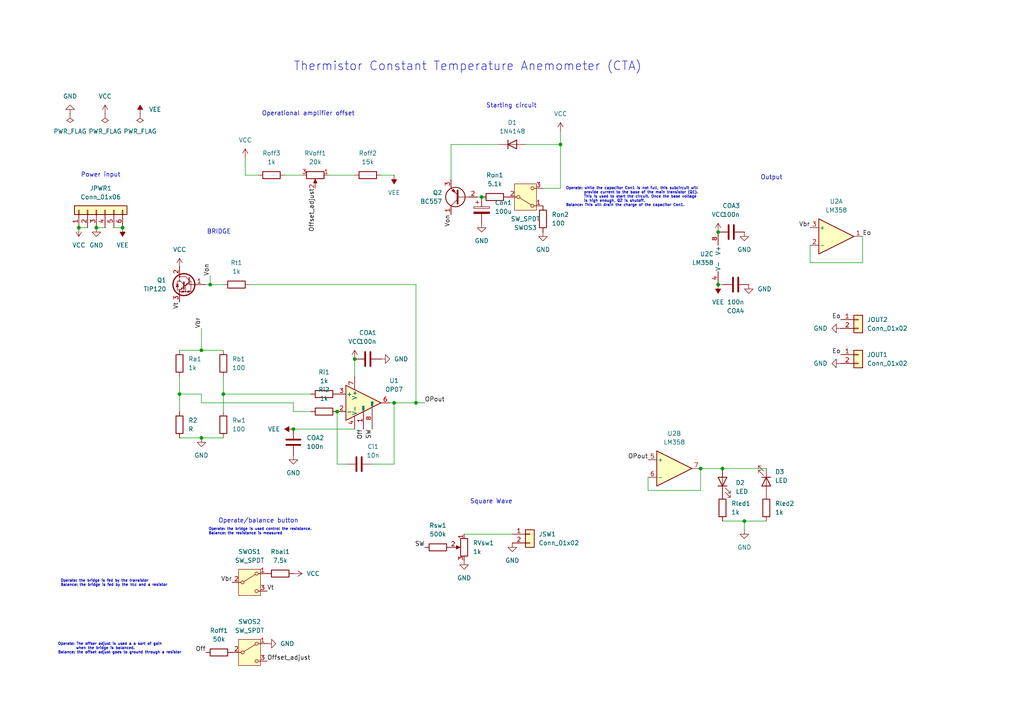
<source format=kicad_sch>
(kicad_sch (version 20250114) (generator "eeschema") (generator_version "9.0")
  (paper "A4")
  (lib_symbols
    (symbol "Amplifier_Operational:LM358" (pin_names (offset 0.127))
      (property "Reference" "U" (at 0 5.08 0))
      (property "Value" "LM358" (at 0 -5.08 0))
      (symbol "LM358_1_1"
        (polyline (pts (xy -5.08 5.08) (xy 5.08 0) (xy -5.08 -5.08) (xy -5.08 5.08)) (stroke (width 0.254)) (fill (type background)))
        (pin input line (at -7.62 2.54 0) (length 2.54) (name "+") (number "3"))
        (pin input line (at -7.62 -2.54 0) (length 2.54) (name "-") (number "2"))
        (pin output line (at 7.62 0 180) (length 2.54) (name "~") (number "1"))
      )
      (symbol "LM358_2_1"
        (polyline (pts (xy -5.08 5.08) (xy 5.08 0) (xy -5.08 -5.08) (xy -5.08 5.08)) (stroke (width 0.254)) (fill (type background)))
        (pin input line (at -7.62 2.54 0) (length 2.54) (name "+") (number "5"))
        (pin input line (at -7.62 -2.54 0) (length 2.54) (name "-") (number "6"))
        (pin output line (at 7.62 0 180) (length 2.54) (name "~") (number "7"))
      )
      (symbol "LM358_3_1"
        (pin power_in line (at -2.54 7.62 270) (length 3.81) (name "V+") (number "8"))
        (pin power_in line (at -2.54 -7.62 90) (length 3.81) (name "V-") (number "4"))
      )
    )
    (symbol "Amplifier_Operational:OP07" (pin_names (offset 0.127))
      (property "Reference" "U" (at 1.27 6.35 0))
      (property "Value" "OP07" (at 1.27 3.81 0))
      (symbol "OP07_0_1"
        (polyline (pts (xy -5.08 5.08) (xy 5.08 0) (xy -5.08 -5.08) (xy -5.08 5.08)) (stroke (width 0.254)) (fill (type background)))
      )
      (symbol "OP07_1_1"
        (pin input line (at -7.62 2.54 0) (length 2.54) (name "+") (number "3"))
        (pin input line (at -7.62 -2.54 0) (length 2.54) (name "-") (number "2"))
        (pin power_in line (at -2.54 7.62 270) (length 3.81) (name "V+") (number "7"))
        (pin power_in line (at -2.54 -7.62 90) (length 3.81) (name "V-") (number "4"))
        (pin no_connect line (at 0 2.54 270) (length 2.54) (hide yes) (name "NC") (number "5"))
        (pin input line (at 0 -7.62 90) (length 5.08) (name "VOS") (number "1"))
        (pin input line (at 2.54 -7.62 90) (length 6.35) (name "VOS") (number "8"))
        (pin output line (at 7.62 0 180) (length 2.54) (name "~") (number "6"))
      )
    )
    (symbol "Connector_Generic:Conn_01x02" (pin_names (offset 1.016) (hide yes))
      (property "Reference" "J" (at 0 2.54 0))
      (property "Value" "Conn_01x02" (at 0 -5.08 0))
      (symbol "Conn_01x02_1_1"
        (rectangle (start -1.27 1.27) (end 1.27 -3.81) (stroke (width 0.254)) (fill (type background)))
        (rectangle (start -1.27 0.127) (end 0 -0.127) (stroke (width 0.1524)))
        (rectangle (start -1.27 -2.413) (end 0 -2.667) (stroke (width 0.1524)))
        (pin passive line (at -5.08 0 0) (length 3.81) (name "Pin_1") (number "1"))
        (pin passive line (at -5.08 -2.54 0) (length 3.81) (name "Pin_2") (number "2"))
      )
    )
    (symbol "Connector_Generic:Conn_01x06" (pin_names (offset 1.016) (hide yes))
      (property "Reference" "J" (at 0 7.62 0))
      (property "Value" "Conn_01x06" (at 0 -10.16 0))
      (symbol "Conn_01x06_1_1"
        (rectangle (start -1.27 6.35) (end 1.27 -8.89) (stroke (width 0.254)) (fill (type background)))
        (rectangle (start -1.27 5.207) (end 0 4.953) (stroke (width 0.1524)))
        (rectangle (start -1.27 2.667) (end 0 2.413) (stroke (width 0.1524)))
        (rectangle (start -1.27 0.127) (end 0 -0.127) (stroke (width 0.1524)))
        (rectangle (start -1.27 -2.413) (end 0 -2.667) (stroke (width 0.1524)))
        (rectangle (start -1.27 -4.953) (end 0 -5.207) (stroke (width 0.1524)))
        (rectangle (start -1.27 -7.493) (end 0 -7.747) (stroke (width 0.1524)))
        (pin passive line (at -5.08 5.08 0) (length 3.81) (name "Pin_1") (number "1"))
        (pin passive line (at -5.08 2.54 0) (length 3.81) (name "Pin_2") (number "2"))
        (pin passive line (at -5.08 0 0) (length 3.81) (name "Pin_3") (number "3"))
        (pin passive line (at -5.08 -2.54 0) (length 3.81) (name "Pin_4") (number "4"))
        (pin passive line (at -5.08 -5.08 0) (length 3.81) (name "Pin_5") (number "5"))
        (pin passive line (at -5.08 -7.62 0) (length 3.81) (name "Pin_6") (number "6"))
      )
    )
    (symbol "Device:C" (pin_numbers (hide yes)) (pin_names (offset 0.254))
      (property "Reference" "C" (at 0.635 2.54 0))
      (property "Value" "C" (at 0.635 -2.54 0))
      (symbol "C_0_1"
        (polyline (pts (xy -2.032 0.762) (xy 2.032 0.762)) (stroke (width 0.508)))
        (polyline (pts (xy -2.032 -0.762) (xy 2.032 -0.762)) (stroke (width 0.508)))
      )
      (symbol "C_1_1"
        (pin passive line (at 0 3.81 270) (length 2.794) (name "~") (number "1"))
        (pin passive line (at 0 -3.81 90) (length 2.794) (name "~") (number "2"))
      )
    )
    (symbol "Device:C_Polarized" (pin_numbers (hide yes)) (pin_names (offset 0.254))
      (property "Reference" "C" (at 0.635 2.54 0))
      (property "Value" "C_Polarized" (at 0.635 -2.54 0))
      (symbol "C_Polarized_0_1"
        (rectangle (start -2.286 0.508) (end 2.286 1.016))
        (polyline (pts (xy -1.778 2.286) (xy -0.762 2.286)))
        (polyline (pts (xy -1.27 2.794) (xy -1.27 1.778)))
        (rectangle (start 2.286 -0.508) (end -2.286 -1.016) (fill (type outline)))
      )
      (symbol "C_Polarized_1_1"
        (pin passive line (at 0 3.81 270) (length 2.794) (name "~") (number "1"))
        (pin passive line (at 0 -3.81 90) (length 2.794) (name "~") (number "2"))
      )
    )
    (symbol "Device:LED" (pin_numbers (hide yes)) (pin_names (offset 1.016) (hide yes))
      (property "Reference" "D" (at 0 2.54 0))
      (property "Value" "LED" (at 0 -2.54 0))
      (symbol "LED_0_1"
        (polyline (pts (xy -3.048 -0.762) (xy -4.572 -2.286) (xy -3.81 -2.286) (xy -4.572 -2.286) (xy -4.572 -1.524)))
        (polyline (pts (xy -1.778 -0.762) (xy -3.302 -2.286) (xy -2.54 -2.286) (xy -3.302 -2.286) (xy -3.302 -1.524)))
        (polyline (pts (xy -1.27 0) (xy 1.27 0)))
        (polyline (pts (xy -1.27 -1.27) (xy -1.27 1.27)) (stroke (width 0.254)))
        (polyline (pts (xy 1.27 -1.27) (xy 1.27 1.27) (xy -1.27 0) (xy 1.27 -1.27)) (stroke (width 0.254)))
      )
      (symbol "LED_1_1"
        (pin passive line (at -3.81 0 0) (length 2.54) (name "K") (number "1"))
        (pin passive line (at 3.81 0 180) (length 2.54) (name "A") (number "2"))
      )
    )
    (symbol "Device:R" (pin_numbers (hide yes)) (pin_names (offset 0))
      (property "Reference" "R" (at 2.032 0 90))
      (property "Value" "R" (at 0 0 90))
      (symbol "R_0_1"
        (rectangle (start -1.016 -2.54) (end 1.016 2.54) (stroke (width 0.254)))
      )
      (symbol "R_1_1"
        (pin passive line (at 0 3.81 270) (length 1.27) (name "~") (number "1"))
        (pin passive line (at 0 -3.81 90) (length 1.27) (name "~") (number "2"))
      )
    )
    (symbol "Device:R_Potentiometer" (pin_names (offset 1.016) (hide yes))
      (property "Reference" "RV" (at -4.445 0 90))
      (property "Value" "R_Potentiometer" (at -2.54 0 90))
      (symbol "R_Potentiometer_0_1"
        (rectangle (start 1.016 2.54) (end -1.016 -2.54) (stroke (width 0.254)))
        (polyline (pts (xy 1.143 0) (xy 2.286 0.508) (xy 2.286 -0.508) (xy 1.143 0)) (fill (type outline)))
        (polyline (pts (xy 2.54 0) (xy 1.524 0)))
      )
      (symbol "R_Potentiometer_1_1"
        (pin passive line (at 0 3.81 270) (length 1.27) (name "1") (number "1"))
        (pin passive line (at 0 -3.81 90) (length 1.27) (name "3") (number "3"))
        (pin passive line (at 3.81 0 180) (length 1.27) (name "2") (number "2"))
      )
    )
    (symbol "Diode:1N4148" (pin_numbers (hide yes)) (pin_names (hide yes))
      (property "Reference" "D" (at 0 2.54 0))
      (property "Value" "1N4148" (at 0 -2.54 0))
      (symbol "1N4148_0_1"
        (polyline (pts (xy -1.27 1.27) (xy -1.27 -1.27)) (stroke (width 0.254)))
        (polyline (pts (xy 1.27 1.27) (xy 1.27 -1.27) (xy -1.27 0) (xy 1.27 1.27)) (stroke (width 0.254)))
        (polyline (pts (xy 1.27 0) (xy -1.27 0)))
      )
      (symbol "1N4148_1_1"
        (pin passive line (at -3.81 0 0) (length 2.54) (name "K") (number "1"))
        (pin passive line (at 3.81 0 180) (length 2.54) (name "A") (number "2"))
      )
    )
    (symbol "Switch:SW_SPDT" (pin_names (offset 0) (hide yes))
      (property "Reference" "SW" (at 0 5.08 0))
      (property "Value" "SW_SPDT" (at 0 -5.08 0))
      (symbol "SW_SPDT_0_1"
        (circle (center -2.032 0) (radius 0.4572))
        (polyline (pts (xy -1.651 0.254) (xy 1.651 2.286)))
        (circle (center 2.032 2.54) (radius 0.4572))
        (circle (center 2.032 -2.54) (radius 0.4572))
      )
      (symbol "SW_SPDT_1_1"
        (rectangle (start -3.175 3.81) (end 3.175 -3.81) (fill (type background)))
        (pin passive line (at -5.08 0 0) (length 2.54) (name "B") (number "2"))
        (pin passive line (at 5.08 2.54 180) (length 2.54) (name "A") (number "1"))
        (pin passive line (at 5.08 -2.54 180) (length 2.54) (name "C") (number "3"))
      )
    )
    (symbol "Transistor_BJT:BC557" (pin_names (offset 0) (hide yes))
      (property "Reference" "Q" (at 5.08 1.905 0))
      (property "Value" "BC557" (at 5.08 0 0))
      (symbol "BC557_0_1"
        (polyline (pts (xy -2.54 0) (xy 0.635 0)))
        (polyline (pts (xy 0.635 1.905) (xy 0.635 -1.905)) (stroke (width 0.508)))
        (polyline (pts (xy 0.635 0.635) (xy 2.54 2.54)))
        (polyline (pts (xy 0.635 -0.635) (xy 2.54 -2.54)))
        (circle (center 1.27 0) (radius 2.8194) (stroke (width 0.254)))
        (polyline (pts (xy 2.286 -1.778) (xy 1.778 -2.286) (xy 1.27 -1.27) (xy 2.286 -1.778)) (fill (type outline)))
      )
      (symbol "BC557_1_1"
        (pin input line (at -5.08 0 0) (length 2.54) (name "B") (number "2"))
        (pin passive line (at 2.54 5.08 270) (length 2.54) (name "C") (number "1"))
        (pin passive line (at 2.54 -5.08 90) (length 2.54) (name "E") (number "3"))
      )
    )
    (symbol "Transistor_BJT:TIP120" (pin_names (offset 0) (hide yes))
      (property "Reference" "Q" (at 5.08 1.905 0))
      (property "Value" "TIP120" (at 5.08 0 0))
      (symbol "TIP120_0_1"
        (polyline (pts (xy -1.27 0) (xy -0.889 0)))
        (circle (center -0.762 0) (radius 0.127))
        (polyline (pts (xy -0.254 2.032) (xy -0.254 0) (xy -0.254 0)) (stroke (width 0.3048)))
        (polyline (pts (xy -0.254 1.27) (xy 0.762 2.286) (xy 2.54 2.286)))
        (polyline (pts (xy -0.254 1.016) (xy -0.762 1.016) (xy -0.762 -2.032)))
        (polyline (pts (xy -0.254 0.762) (xy 0.762 -0.254) (xy 1.27 -0.254)))
        (polyline (pts (xy 0.635 -0.127) (xy 0.381 0.381) (xy 0.127 0.127) (xy 0.635 -0.127)))
        (polyline (pts (xy 0.762 -0.254) (xy 0.762 -2.032) (xy 1.143 -2.032) (xy 1.27 -1.778) (xy 1.397 -2.286) (xy 1.524 -1.778) (xy 1.651 -2.286) (xy 1.778 -1.778) (xy 1.905 -2.286) (xy 2.032 -2.032) (xy 2.54 -2.032)))
        (circle (center 0.762 -0.254) (radius 0.127))
        (polyline (pts (xy 0.762 -2.032) (xy 0.381 -2.032) (xy 0.254 -2.286) (xy 0.127 -1.778) (xy 0 -2.286) (xy -0.127 -1.778) (xy -0.254 -2.286) (xy -0.381 -1.778) (xy -0.508 -2.032) (xy -0.762 -2.032)))
        (circle (center 0.762 -2.032) (radius 0.127))
        (polyline (pts (xy 1.27 0.762) (xy 1.27 -1.27) (xy 1.27 -1.27)) (stroke (width 0.381)))
        (polyline (pts (xy 1.27 0) (xy 2.286 1.016) (xy 2.54 1.016) (xy 2.54 2.286)))
        (circle (center 1.27 0) (radius 3.175) (stroke (width 0.3556)))
        (polyline (pts (xy 1.27 -0.508) (xy 2.286 -1.524) (xy 2.54 -1.524) (xy 2.54 -2.032)))
        (polyline (pts (xy 2.159 -1.397) (xy 1.905 -0.889) (xy 1.651 -1.143) (xy 2.159 -1.397)))
        (circle (center 2.54 2.286) (radius 0.127))
        (circle (center 2.54 1.016) (radius 0.127))
        (polyline (pts (xy 2.54 -1.524) (xy 3.175 -1.524)))
        (circle (center 2.54 -1.524) (radius 0.127))
        (polyline (pts (xy 2.54 -2.032) (xy 2.54 -2.54)))
        (circle (center 2.54 -2.032) (radius 0.127))
        (polyline (pts (xy 2.794 0.127) (xy 3.556 0.127)))
        (polyline (pts (xy 3.175 1.016) (xy 2.54 1.016)))
        (polyline (pts (xy 3.175 1.016) (xy 3.175 0.127)))
        (polyline (pts (xy 3.175 0.127) (xy 2.794 -0.635) (xy 3.556 -0.635) (xy 3.175 0.127)) (fill (type outline)))
        (polyline (pts (xy 3.175 -0.635) (xy 3.175 -1.524)))
      )
      (symbol "TIP120_1_1"
        (pin input line (at -5.08 0 0) (length 3.81) (name "B") (number "1"))
        (pin passive line (at 2.54 5.08 270) (length 2.667) (name "C") (number "2"))
        (pin passive line (at 2.54 -5.08 90) (length 2.54) (name "E") (number "3"))
      )
    )
    (symbol "power:GND" (power) (pin_numbers (hide yes)) (pin_names (offset 0) (hide yes))
      (property "Value" "GND" (at 0 -3.81 0))
      (symbol "GND_0_1"
        (polyline (pts (xy 0 0) (xy 0 -1.27) (xy 1.27 -1.27) (xy 0 -2.54) (xy -1.27 -1.27) (xy 0 -1.27)))
      )
      (symbol "GND_1_1"
        (pin power_in line (at 0 0 270) (length 0) (name "~") (number "1"))
      )
    )
    (symbol "power:PWR_FLAG" (power) (pin_numbers (hide yes)) (pin_names (offset 0) (hide yes))
      (property "Value" "PWR_FLAG" (at 0 3.81 0))
      (symbol "PWR_FLAG_0_0"
        (pin power_out line (at 0 0 90) (length 0) (name "~") (number "1"))
      )
      (symbol "PWR_FLAG_0_1"
        (polyline (pts (xy 0 0) (xy 0 1.27) (xy -1.016 1.905) (xy 0 2.54) (xy 1.016 1.905) (xy 0 1.27)))
      )
    )
    (symbol "power:VCC" (power) (pin_numbers (hide yes)) (pin_names (offset 0) (hide yes))
      (property "Value" "VCC" (at 0 3.556 0))
      (symbol "VCC_0_1"
        (polyline (pts (xy -0.762 1.27) (xy 0 2.54)))
        (polyline (pts (xy 0 2.54) (xy 0.762 1.27)))
        (polyline (pts (xy 0 0) (xy 0 2.54)))
      )
      (symbol "VCC_1_1"
        (pin power_in line (at 0 0 90) (length 0) (name "~") (number "1"))
      )
    )
    (symbol "power:VEE" (power) (pin_numbers (hide yes)) (pin_names (offset 0) (hide yes))
      (property "Value" "VEE" (at 0 3.556 0))
      (symbol "VEE_0_1"
        (polyline (pts (xy 0 0) (xy 0 2.54)))
        (polyline (pts (xy 0.762 1.27) (xy -0.762 1.27) (xy 0 2.54) (xy 0.762 1.27)) (fill (type outline)))
      )
      (symbol "VEE_1_1"
        (pin power_in line (at 0 0 90) (length 0) (name "~") (number "1"))
      )
    )
  )
  (text "BRIDGE" (at 63.5 67.31 0) (effects (font (size 1.27 1.27))))
  (text "Operate: The offser adjust is used a a sort of gain \n         when the bridge is balanced.\nBalance: the offset adjust goes to ground through a resistor\n         " (at 16.764 188.722 0) (effects (font (size 0.762 0.762)) (justify left)))
  (text "Starting circuit" (at 148.336 30.734 0) (effects (font (size 1.27 1.27))))
  (text "Output" (at 223.774 51.562 0) (effects (font (size 1.27 1.27))))
  (text "Power input\n" (at 29.21 50.8 0) (effects (font (size 1.27 1.27))))
  (text "Operate: while the capacitor Con1 is not full, this subcircuit will\n         provide current to the base of the main transistor (Q1). \n         This is used to start the circuit. Once the base voltage\n         is high enough, Q2 is shutoff.\nBalance: This will drain the charge of the capacitor Con1." (at 164.084 57.15 0) (effects (font (size 0.762 0.762)) (justify left)))
  (text "Operational amplifier offset" (at 89.408 33.02 0) (effects (font (size 1.27 1.27))))
  (text "Thermistor Constant Temperature Anemometer (CTA)" (at 135.636 19.304 0) (effects (font (size 2.54 2.54))))
  (text "Operate: the bridge is used control the resistance. \nBalance: the resistance is measured" (at 60.452 154.178 0) (effects (font (size 0.762 0.762)) (justify left)))
  (text "Square Wave" (at 142.494 145.542 0) (effects (font (size 1.27 1.27))))
  (text "Operate/balance button\n" (at 74.93 151.13 0) (effects (font (size 1.27 1.27))))
  (text "Operate: the bridge is fed by the transistor\nBalance: the bridge is fed by the Vcc and a resistor" (at 17.526 169.164 0) (effects (font (size 0.762 0.762)) (justify left)))
  (junction (at 215.9 151.13))
  (junction (at 52.07 114.3))
  (junction (at 208.28 67.31))
  (junction (at 120.65 116.84))
  (junction (at 203.2 135.89))
  (junction (at 58.42 101.6))
  (junction (at 102.87 104.14))
  (junction (at 97.79 119.38))
  (junction (at 85.09 124.46))
  (junction (at 22.86 66.04))
  (junction (at 139.7 57.15))
  (junction (at 162.56 41.91))
  (junction (at 114.3 116.84))
  (junction (at 208.28 82.55))
  (junction (at 60.96 82.55))
  (junction (at 27.94 66.04))
  (junction (at 58.42 127))
  (junction (at 64.77 114.3))
  (junction (at 35.56 66.04))
  (junction (at 209.55 135.89))
  (wire (pts (xy 58.42 116.84) (xy 58.42 114.3)))
  (wire (pts (xy 113.03 116.84) (xy 114.3 116.84)))
  (wire (pts (xy 162.56 54.61) (xy 162.56 41.91)))
  (wire (pts (xy 71.12 45.72) (xy 71.12 50.8)))
  (wire (pts (xy 209.55 151.13) (xy 215.9 151.13)))
  (wire (pts (xy 59.69 82.55) (xy 60.96 82.55)))
  (wire (pts (xy 85.09 119.38) (xy 85.09 116.84)))
  (wire (pts (xy 215.9 151.13) (xy 222.25 151.13)))
  (wire (pts (xy 58.42 95.25) (xy 58.42 101.6)))
  (wire (pts (xy 215.9 151.13) (xy 215.9 153.67)))
  (wire (pts (xy 27.94 66.04) (xy 30.48 66.04)))
  (wire (pts (xy 250.19 76.2) (xy 250.19 68.58)))
  (wire (pts (xy 120.65 82.55) (xy 72.39 82.55)))
  (wire (pts (xy 157.48 54.61) (xy 162.56 54.61)))
  (wire (pts (xy 95.25 50.8) (xy 102.87 50.8)))
  (wire (pts (xy 234.95 71.12) (xy 234.95 76.2)))
  (wire (pts (xy 187.96 138.43) (xy 187.96 142.24)))
  (wire (pts (xy 208.28 82.55) (xy 209.55 82.55)))
  (wire (pts (xy 209.55 135.89) (xy 222.25 135.89)))
  (wire (pts (xy 52.07 114.3) (xy 52.07 119.38)))
  (wire (pts (xy 64.77 109.22) (xy 64.77 114.3)))
  (wire (pts (xy 114.3 116.84) (xy 120.65 116.84)))
  (wire (pts (xy 100.33 134.62) (xy 97.79 134.62)))
  (wire (pts (xy 64.77 114.3) (xy 64.77 119.38)))
  (wire (pts (xy 187.96 142.24) (xy 203.2 142.24)))
  (wire (pts (xy 60.96 80.01) (xy 60.96 82.55)))
  (wire (pts (xy 120.65 82.55) (xy 120.65 116.84)))
  (wire (pts (xy 85.09 124.46) (xy 102.87 124.46)))
  (wire (pts (xy 90.17 119.38) (xy 85.09 119.38)))
  (wire (pts (xy 22.86 66.04) (xy 25.4 66.04)))
  (wire (pts (xy 85.09 116.84) (xy 58.42 116.84)))
  (wire (pts (xy 107.95 134.62) (xy 114.3 134.62)))
  (wire (pts (xy 64.77 114.3) (xy 90.17 114.3)))
  (wire (pts (xy 52.07 109.22) (xy 52.07 114.3)))
  (wire (pts (xy 71.12 50.8) (xy 74.93 50.8)))
  (wire (pts (xy 203.2 142.24) (xy 203.2 135.89)))
  (wire (pts (xy 60.96 82.55) (xy 64.77 82.55)))
  (wire (pts (xy 58.42 114.3) (xy 52.07 114.3)))
  (wire (pts (xy 97.79 134.62) (xy 97.79 119.38)))
  (wire (pts (xy 203.2 135.89) (xy 209.55 135.89)))
  (wire (pts (xy 58.42 127) (xy 64.77 127)))
  (wire (pts (xy 58.42 101.6) (xy 64.77 101.6)))
  (wire (pts (xy 52.07 127) (xy 58.42 127)))
  (wire (pts (xy 152.4 41.91) (xy 162.56 41.91)))
  (wire (pts (xy 130.81 41.91) (xy 144.78 41.91)))
  (wire (pts (xy 162.56 38.1) (xy 162.56 41.91)))
  (wire (pts (xy 102.87 104.14) (xy 102.87 109.22)))
  (wire (pts (xy 120.65 116.84) (xy 123.19 116.84)))
  (wire (pts (xy 110.49 50.8) (xy 114.3 50.8)))
  (wire (pts (xy 130.81 41.91) (xy 130.81 52.07)))
  (wire (pts (xy 134.62 154.94) (xy 148.59 154.94)))
  (wire (pts (xy 138.43 57.15) (xy 139.7 57.15)))
  (wire (pts (xy 234.95 76.2) (xy 250.19 76.2)))
  (wire (pts (xy 82.55 50.8) (xy 87.63 50.8)))
  (wire (pts (xy 52.07 101.6) (xy 58.42 101.6)))
  (wire (pts (xy 114.3 134.62) (xy 114.3 116.84)))
  (wire (pts (xy 33.02 66.04) (xy 35.56 66.04)))
  (label "Eo" (at 250.19 68.58 0))
  (label "Vbr" (at 58.42 95.25 90))
  (label "Vbr" (at 67.31 168.91 180))
  (label "OPout" (at 187.96 133.35 180))
  (label "Eo" (at 243.84 102.87 180))
  (label "SW" (at 107.95 124.46 270))
  (label "Off" (at 105.41 124.46 270))
  (label "Offset_adjust" (at 91.44 54.61 270))
  (label "SW" (at 123.19 158.75 180))
  (label "Off" (at 59.69 189.23 180))
  (label "Von" (at 130.81 62.23 270))
  (label "Eo" (at 243.84 92.71 180))
  (label "Von" (at 60.96 80.01 90))
  (label "Vt" (at 52.07 87.63 270))
  (label "OPout" (at 123.19 116.84 0))
  (label "Offset_adjust" (at 77.47 191.77 0))
  (label "Vbr" (at 234.95 66.04 180))
  (label "Vt" (at 77.47 171.45 0))
  (symbol (lib_id "power:GND") (at 148.59 157.48 0) (unit 1)
    (property "Reference" "#PWR022" (effects (hide yes)))
    (property "Value" "GND" (at 148.59 162.56 0))
    (property "Description" "Power symbol creates a global label with name \"GND\" , ground" (effects (hide yes)))
  )
  (symbol (lib_id "Device:C") (at 213.36 82.55 270) (mirror x) (unit 1)
    (property "Reference" "COA4" (at 213.36 90.17 90))
    (property "Value" "100n" (at 213.36 87.63 90))
    (property "Footprint" "Capacitor_THT:C_Disc_D3.8mm_W2.6mm_P2.50mm" (effects (hide yes)))
    (property "Description" "Unpolarized capacitor" (effects (hide yes)))
  )
  (symbol (lib_id "power:VEE") (at 85.09 124.46 90) (unit 1)
    (property "Reference" "#PWR07" (effects (hide yes)))
    (property "Value" "VEE" (at 81.28 124.4599 90) (effects (justify left)))
    (property "Description" "Power symbol creates a global label with name \"VEE\"" (effects (hide yes)))
  )
  (symbol (lib_id "power:GND") (at 243.84 95.25 270) (unit 1)
    (property "Reference" "#PWR027" (effects (hide yes)))
    (property "Value" "GND" (at 240.03 95.2499 90) (effects (justify right)))
    (property "Description" "Power symbol creates a global label with name \"GND\" , ground" (effects (hide yes)))
  )
  (symbol (lib_id "Device:R") (at 127 158.75 270) (mirror x) (unit 1)
    (property "Reference" "Rsw1" (at 127 152.4 90))
    (property "Value" "500k" (at 127 154.94 90))
    (property "Footprint" "Resistor_THT:R_Axial_DIN0207_L6.3mm_D2.5mm_P7.62mm_Horizontal" (effects (hide yes)))
    (property "Description" "Resistor" (effects (hide yes)))
  )
  (symbol (lib_id "Connector_Generic:Conn_01x06") (at 27.94 60.96 90) (unit 1)
    (property "Reference" "JPWR1" (at 29.21 54.61 90))
    (property "Value" "Conn_01x06" (at 29.21 57.15 90))
    (property "Footprint" "TerminalBlock:TerminalBlock_bornier-6_P5.08mm" (effects (hide yes)))
    (property "Description" "Generic connector, single row, 01x06, script generated (kicad-library-utils/schlib/autogen/connector/)" (effects (hide yes)))
  )
  (symbol (lib_id "Device:R_Potentiometer") (at 134.62 158.75 0) (mirror y) (unit 1)
    (property "Reference" "RVsw1" (at 137.16 157.4799 0) (effects (justify right)))
    (property "Value" "1k" (at 137.16 160.0199 0) (effects (justify right)))
    (property "Footprint" "Potentiometer_THT:Potentiometer_Bourns_3296W_Vertical" (effects (hide yes)))
    (property "Description" "Potentiometer" (effects (hide yes)))
  )
  (symbol (lib_id "power:VCC") (at 85.09 166.37 270) (unit 1)
    (property "Reference" "#PWR017" (effects (hide yes)))
    (property "Value" "VCC" (at 88.9 166.3699 90) (effects (justify left)))
    (property "Description" "Power symbol creates a global label with name \"VCC\"" (effects (hide yes)))
  )
  (symbol (lib_id "power:VEE") (at 114.3 50.8 180) (unit 1)
    (property "Reference" "#PWR010" (effects (hide yes)))
    (property "Value" "VEE" (at 114.3 55.88 0))
    (property "Description" "Power symbol creates a global label with name \"VEE\"" (effects (hide yes)))
  )
  (symbol (lib_id "power:GND") (at 157.48 67.31 0) (unit 1)
    (property "Reference" "#PWR021" (effects (hide yes)))
    (property "Value" "GND" (at 157.48 72.39 0))
    (property "Description" "Power symbol creates a global label with name \"GND\" , ground" (effects (hide yes)))
  )
  (symbol (lib_id "power:VCC") (at 102.87 104.14 0) (unit 1)
    (property "Reference" "#PWR05" (effects (hide yes)))
    (property "Value" "VCC" (at 102.87 99.06 0))
    (property "Description" "Power symbol creates a global label with name \"VCC\"" (effects (hide yes)))
  )
  (symbol (lib_id "Device:R") (at 81.28 166.37 270) (mirror x) (unit 1)
    (property "Reference" "Rbal1" (at 81.28 160.02 90))
    (property "Value" "7.5k" (at 81.28 162.56 90))
    (property "Footprint" "Resistor_THT:R_Axial_DIN0207_L6.3mm_D2.5mm_P7.62mm_Horizontal" (effects (hide yes)))
    (property "Description" "Resistor" (effects (hide yes)))
  )
  (symbol (lib_id "Connector_Generic:Conn_01x02") (at 248.92 92.71 0) (unit 1)
    (property "Reference" "JOUT2" (at 251.46 92.7099 0) (effects (justify left)))
    (property "Value" "Conn_01x02" (at 251.46 95.2499 0) (effects (justify left)))
    (property "Footprint" "Connector_PinHeader_2.54mm:PinHeader_1x02_P2.54mm_Vertical" (effects (hide yes)))
    (property "Description" "Generic connector, single row, 01x02, script generated (kicad-library-utils/schlib/autogen/connector/)" (effects (hide yes)))
  )
  (symbol (lib_id "power:GND") (at 139.7 64.77 0) (unit 1)
    (property "Reference" "#PWR020" (effects (hide yes)))
    (property "Value" "GND" (at 139.7 69.85 0))
    (property "Description" "Power symbol creates a global label with name \"GND\" , ground" (effects (hide yes)))
  )
  (symbol (lib_id "Device:R") (at 106.68 50.8 90) (unit 1)
    (property "Reference" "Roff2" (at 106.68 44.45 90))
    (property "Value" "15k" (at 106.68 46.99 90))
    (property "Footprint" "Resistor_THT:R_Axial_DIN0207_L6.3mm_D2.5mm_P7.62mm_Horizontal" (effects (hide yes)))
    (property "Description" "Resistor" (effects (hide yes)))
  )
  (symbol (lib_id "Device:R") (at 68.58 82.55 90) (unit 1)
    (property "Reference" "Rt1" (at 68.58 76.2 90))
    (property "Value" "1k" (at 68.58 78.74 90))
    (property "Footprint" "Resistor_THT:R_Axial_DIN0207_L6.3mm_D2.5mm_P7.62mm_Horizontal" (effects (hide yes)))
    (property "Description" "Resistor" (effects (hide yes)))
  )
  (symbol (lib_id "power:PWR_FLAG") (at 40.64 33.02 180) (unit 1)
    (property "Reference" "#FLG02" (effects (hide yes)))
    (property "Value" "PWR_FLAG" (at 40.64 38.1 0))
    (property "Description" "Special symbol for telling ERC where power comes from" (effects (hide yes)))
  )
  (symbol (lib_id "Amplifier_Operational:LM358") (at 205.74 74.93 0) (mirror y) (unit 3)
    (property "Reference" "U2" (at 207.01 73.6599 0) (effects (justify left)))
    (property "Value" "LM358" (at 207.01 76.1999 0) (effects (justify left)))
    (property "Footprint" "Package_DIP:DIP-8_W7.62mm_LongPads" (effects (hide yes)))
    (property "Datasheet" "http://www.ti.com/lit/ds/symlink/lm2904-n.pdf" (effects (hide yes)))
    (property "Description" "Low-Power, Dual Operational Amplifiers, DIP-8/SOIC-8/TO-99-8" (effects (hide yes)))
  )
  (symbol (lib_id "Diode:1N4148") (at 148.59 41.91 0) (unit 1)
    (property "Reference" "D1" (at 148.59 35.56 0))
    (property "Value" "1N4148" (at 148.59 38.1 0))
    (property "Footprint" "Diode_THT:D_DO-35_SOD27_P7.62mm_Horizontal" (effects (hide yes)))
    (property "Datasheet" "https://assets.nexperia.com/documents/data-sheet/1N4148_1N4448.pdf" (effects (hide yes)))
    (property "Description" "100V 0.15A standard switching diode, DO-35" (effects (hide yes)))
    (property "Sim.Device" "D" (effects (hide yes)))
    (property "Sim.Pins" "1=K 2=A" (effects (hide yes)))
  )
  (symbol (lib_id "power:GND") (at 110.49 104.14 90) (unit 1)
    (property "Reference" "#PWR06" (effects (hide yes)))
    (property "Value" "GND" (at 114.3 104.1399 90) (effects (justify right)))
    (property "Description" "Power symbol creates a global label with name \"GND\" , ground" (effects (hide yes)))
  )
  (symbol (lib_id "Device:R") (at 157.48 63.5 180) (unit 1)
    (property "Reference" "Ron2" (at 160.02 62.2299 0) (effects (justify right)))
    (property "Value" "100" (at 160.02 64.7699 0) (effects (justify right)))
    (property "Footprint" "Resistor_THT:R_Axial_DIN0207_L6.3mm_D2.5mm_P7.62mm_Horizontal" (effects (hide yes)))
    (property "Description" "Resistor" (effects (hide yes)))
  )
  (symbol (lib_id "power:VCC") (at 162.56 38.1 0) (unit 1)
    (property "Reference" "#PWR019" (effects (hide yes)))
    (property "Value" "VCC" (at 162.56 33.02 0))
    (property "Description" "Power symbol creates a global label with name \"VCC\"" (effects (hide yes)))
  )
  (symbol (lib_id "Transistor_BJT:TIP120") (at 54.61 82.55 0) (mirror y) (unit 1)
    (property "Reference" "Q1" (at 48.26 81.2799 0) (effects (justify left)))
    (property "Value" "TIP120" (at 48.26 83.8199 0) (effects (justify left)))
    (property "Footprint" "Package_TO_SOT_THT:TO-220-3_Vertical" (effects (hide yes)))
    (property "Datasheet" "https://www.onsemi.com/pub/Collateral/TIP120-D.PDF" (effects (hide yes)))
    (property "Description" "5A Ic, 60V Vce, Silicon Darlington Power NPN Transistor, TO-220" (effects (hide yes)))
  )
  (symbol (lib_id "Device:R") (at 209.55 147.32 180) (unit 1)
    (property "Reference" "Rled1" (at 212.09 146.0499 0) (effects (justify right)))
    (property "Value" "1k" (at 212.09 148.5899 0) (effects (justify right)))
    (property "Footprint" "Resistor_THT:R_Axial_DIN0207_L6.3mm_D2.5mm_P7.62mm_Horizontal" (effects (hide yes)))
    (property "Description" "Resistor" (effects (hide yes)))
  )
  (symbol (lib_id "power:VCC") (at 71.12 45.72 0) (unit 1)
    (property "Reference" "#PWR09" (effects (hide yes)))
    (property "Value" "VCC" (at 71.12 40.64 0))
    (property "Description" "Power symbol creates a global label with name \"VCC\"" (effects (hide yes)))
  )
  (symbol (lib_id "Device:R") (at 143.51 57.15 270) (unit 1)
    (property "Reference" "Ron1" (at 143.51 50.8 90))
    (property "Value" "5.1k" (at 143.51 53.34 90))
    (property "Footprint" "Resistor_THT:R_Axial_DIN0207_L6.3mm_D2.5mm_P7.62mm_Horizontal" (effects (hide yes)))
    (property "Description" "Resistor" (effects (hide yes)))
  )
  (symbol (lib_id "power:VCC") (at 208.28 67.31 0) (unit 1)
    (property "Reference" "#PWR013" (effects (hide yes)))
    (property "Value" "VCC" (at 208.28 62.23 0))
    (property "Description" "Power symbol creates a global label with name \"VCC\"" (effects (hide yes)))
  )
  (symbol (lib_id "Device:R_Potentiometer") (at 91.44 50.8 270) (unit 1)
    (property "Reference" "RVoff1" (at 91.44 44.45 90))
    (property "Value" "20k" (at 91.44 46.99 90))
    (property "Footprint" "Potentiometer_THT:Potentiometer_Bourns_3296W_Vertical" (effects (hide yes)))
    (property "Description" "Potentiometer" (effects (hide yes)))
  )
  (symbol (lib_id "power:GND") (at 58.42 127 0) (unit 1)
    (property "Reference" "#PWR04" (effects (hide yes)))
    (property "Value" "GND" (at 58.42 132.08 0))
    (property "Description" "Power symbol creates a global label with name \"GND\" , ground" (effects (hide yes)))
  )
  (symbol (lib_id "Amplifier_Operational:OP07") (at 105.41 116.84 0) (unit 1)
    (property "Reference" "U1" (at 114.3 110.4198 0))
    (property "Value" "OP07" (at 114.3 112.9598 0))
    (property "Footprint" "Package_DIP:DIP-8_W7.62mm_LongPads" (effects (hide yes)))
    (property "Datasheet" "https://www.analog.com/media/en/technical-documentation/data-sheets/OP07.pdf" (effects (hide yes)))
    (property "Description" "Single Ultra-Low Offset Voltage Operational Amplifier, DIP-8/SOIC-8" (effects (hide yes)))
  )
  (symbol (lib_id "Device:R") (at 64.77 105.41 0) (unit 1)
    (property "Reference" "Rb1" (at 67.31 104.1399 0) (effects (justify left)))
    (property "Value" "100" (at 67.31 106.6799 0) (effects (justify left)))
    (property "Footprint" "Resistor_THT:R_Axial_DIN0414_L11.9mm_D4.5mm_P15.24mm_Horizontal" (effects (hide yes)))
    (property "Description" "Resistor" (effects (hide yes)))
  )
  (symbol (lib_id "Connector_Generic:Conn_01x02") (at 248.92 102.87 0) (unit 1)
    (property "Reference" "JOUT1" (at 251.46 102.8699 0) (effects (justify left)))
    (property "Value" "Conn_01x02" (at 251.46 105.4099 0) (effects (justify left)))
    (property "Footprint" "TerminalBlock:TerminalBlock_bornier-2_P5.08mm" (effects (hide yes)))
    (property "Description" "Generic connector, single row, 01x02, script generated (kicad-library-utils/schlib/autogen/connector/)" (effects (hide yes)))
  )
  (symbol (lib_id "power:GND") (at 134.62 162.56 0) (unit 1)
    (property "Reference" "#PWR023" (effects (hide yes)))
    (property "Value" "GND" (at 134.62 167.64 0))
    (property "Description" "Power symbol creates a global label with name \"GND\" , ground" (effects (hide yes)))
  )
  (symbol (lib_id "Transistor_BJT:BC557") (at 133.35 57.15 180) (unit 1)
    (property "Reference" "Q2" (at 128.27 55.8799 0) (effects (justify left)))
    (property "Value" "BC557" (at 128.27 58.4199 0) (effects (justify left)))
    (property "Footprint" "Package_TO_SOT_THT:TO-92_Inline_Wide" (effects (hide yes)))
    (property "Datasheet" "https://www.onsemi.com/pub/Collateral/BC556BTA-D.pdf" (effects (hide yes)))
    (property "Description" "0.1A Ic, 45V Vce, PNP Small Signal Transistor, TO-92" (effects (hide yes)))
  )
  (symbol (lib_id "power:GND") (at 217.17 82.55 0) (unit 1)
    (property "Reference" "#PWR016" (effects (hide yes)))
    (property "Value" "GND" (at 219.71 83.8199 0) (effects (justify left)))
    (property "Description" "Power symbol creates a global label with name \"GND\" , ground" (effects (hide yes)))
  )
  (symbol (lib_id "power:PWR_FLAG") (at 30.48 33.02 180) (unit 1)
    (property "Reference" "#FLG01" (effects (hide yes)))
    (property "Value" "PWR_FLAG" (at 30.48 38.1 0))
    (property "Description" "Special symbol for telling ERC where power comes from" (effects (hide yes)))
  )
  (symbol (lib_id "Device:C") (at 104.14 134.62 90) (unit 1)
    (property "Reference" "Ci1" (at 108.204 129.54 90))
    (property "Value" "10n" (at 108.204 132.08 90))
    (property "Footprint" "Capacitor_THT:C_Rect_L7.0mm_W3.5mm_P5.00mm" (effects (hide yes)))
    (property "Description" "Unpolarized capacitor" (effects (hide yes)))
  )
  (symbol (lib_id "Device:R") (at 93.98 119.38 90) (unit 1)
    (property "Reference" "Ri2" (at 93.98 113.03 90))
    (property "Value" "1k" (at 93.98 115.57 90))
    (property "Footprint" "Resistor_THT:R_Axial_DIN0207_L6.3mm_D2.5mm_P7.62mm_Horizontal" (effects (hide yes)))
    (property "Description" "Resistor" (effects (hide yes)))
  )
  (symbol (lib_id "Device:C") (at 212.09 67.31 270) (unit 1)
    (property "Reference" "COA3" (at 212.09 59.69 90))
    (property "Value" "100n" (at 212.09 62.23 90))
    (property "Footprint" "Capacitor_THT:C_Disc_D3.8mm_W2.6mm_P2.50mm" (effects (hide yes)))
    (property "Description" "Unpolarized capacitor" (effects (hide yes)))
  )
  (symbol (lib_id "power:VEE") (at 40.64 33.02 0) (unit 1)
    (property "Reference" "#PWR03" (effects (hide yes)))
    (property "Value" "VEE" (at 43.18 31.7499 0) (effects (justify left)))
    (property "Description" "Power symbol creates a global label with name \"VEE\"" (effects (hide yes)))
  )
  (symbol (lib_id "power:GND") (at 215.9 153.67 0) (unit 1)
    (property "Reference" "#PWR018" (effects (hide yes)))
    (property "Value" "GND" (at 215.9 158.75 0))
    (property "Description" "Power symbol creates a global label with name \"GND\" , ground" (effects (hide yes)))
  )
  (symbol (lib_id "Amplifier_Operational:LM358") (at 242.57 68.58 0) (unit 1)
    (property "Reference" "U2" (at 242.57 58.42 0))
    (property "Value" "LM358" (at 242.57 60.96 0))
    (property "Footprint" "Package_DIP:DIP-8_W7.62mm_LongPads" (effects (hide yes)))
    (property "Datasheet" "http://www.ti.com/lit/ds/symlink/lm2904-n.pdf" (effects (hide yes)))
    (property "Description" "Low-Power, Dual Operational Amplifiers, DIP-8/SOIC-8/TO-99-8" (effects (hide yes)))
  )
  (symbol (lib_id "Switch:SW_SPDT") (at 72.39 168.91 0) (unit 1)
    (property "Reference" "SWOS1" (at 72.39 160.02 0))
    (property "Value" "SW_SPDT" (at 72.39 162.56 0))
    (property "Footprint" "Connector_PinHeader_2.54mm:PinHeader_1x03_P2.54mm_Vertical" (effects (hide yes)))
    (property "Description" "Switch, single pole double throw" (effects (hide yes)))
  )
  (symbol (lib_id "power:VEE") (at 35.56 66.04 180) (unit 1)
    (property "Reference" "#PWR026" (effects (hide yes)))
    (property "Value" "VEE" (at 35.56 71.12 0))
    (property "Description" "Power symbol creates a global label with name \"VEE\"" (effects (hide yes)))
  )
  (symbol (lib_id "power:VCC") (at 52.07 77.47 0) (unit 1)
    (property "Reference" "#PWR011" (effects (hide yes)))
    (property "Value" "VCC" (at 52.07 72.39 0))
    (property "Description" "Power symbol creates a global label with name \"VCC\"" (effects (hide yes)))
  )
  (symbol (lib_id "Device:LED") (at 209.55 139.7 90) (unit 1)
    (property "Reference" "D2" (at 213.36 140.0174 90) (effects (justify right)))
    (property "Value" "LED" (at 213.36 142.5574 90) (effects (justify right)))
    (property "Footprint" "LED_THT:LED_D3.0mm" (effects (hide yes)))
    (property "Description" "Light emitting diode" (effects (hide yes)))
    (property "Sim.Pins" "1=K 2=A" (effects (hide yes)))
  )
  (symbol (lib_id "Switch:SW_SPDT") (at 152.4 57.15 0) (mirror x) (unit 1)
    (property "Reference" "SWOS3" (at 152.4 66.04 0))
    (property "Value" "SW_SPDT" (at 152.4 63.5 0))
    (property "Footprint" "Connector_PinHeader_2.54mm:PinHeader_1x03_P2.54mm_Vertical" (effects (hide yes)))
    (property "Description" "Switch, single pole double throw" (effects (hide yes)))
  )
  (symbol (lib_id "Device:R") (at 222.25 147.32 180) (unit 1)
    (property "Reference" "Rled2" (at 224.79 146.0499 0) (effects (justify right)))
    (property "Value" "1k" (at 224.79 148.5899 0) (effects (justify right)))
    (property "Footprint" "Resistor_THT:R_Axial_DIN0207_L6.3mm_D2.5mm_P7.62mm_Horizontal" (effects (hide yes)))
    (property "Description" "Resistor" (effects (hide yes)))
  )
  (symbol (lib_id "Device:R") (at 63.5 189.23 270) (unit 1)
    (property "Reference" "Roff1" (at 63.5 182.88 90))
    (property "Value" "50k" (at 63.5 185.42 90))
    (property "Footprint" "Resistor_THT:R_Axial_DIN0207_L6.3mm_D2.5mm_P7.62mm_Horizontal" (effects (hide yes)))
    (property "Description" "Resistor" (effects (hide yes)))
  )
  (symbol (lib_id "Device:LED") (at 222.25 139.7 270) (unit 1)
    (property "Reference" "D3" (at 224.79 136.8424 90) (effects (justify left)))
    (property "Value" "LED" (at 224.79 139.3824 90) (effects (justify left)))
    (property "Footprint" "LED_THT:LED_D3.0mm" (effects (hide yes)))
    (property "Description" "Light emitting diode" (effects (hide yes)))
    (property "Sim.Pins" "1=K 2=A" (effects (hide yes)))
  )
  (symbol (lib_id "power:GND") (at 243.84 105.41 270) (unit 1)
    (property "Reference" "#PWR028" (effects (hide yes)))
    (property "Value" "GND" (at 240.03 105.4099 90) (effects (justify right)))
    (property "Description" "Power symbol creates a global label with name \"GND\" , ground" (effects (hide yes)))
  )
  (symbol (lib_id "Device:R") (at 93.98 114.3 90) (unit 1)
    (property "Reference" "Ri1" (at 93.98 107.95 90))
    (property "Value" "1k" (at 93.98 110.49 90))
    (property "Footprint" "Resistor_THT:R_Axial_DIN0207_L6.3mm_D2.5mm_P7.62mm_Horizontal" (effects (hide yes)))
    (property "Description" "Resistor" (effects (hide yes)))
  )
  (symbol (lib_id "power:GND") (at 85.09 132.08 0) (unit 1)
    (property "Reference" "#PWR08" (effects (hide yes)))
    (property "Value" "GND" (at 85.09 137.16 0))
    (property "Description" "Power symbol creates a global label with name \"GND\" , ground" (effects (hide yes)))
  )
  (symbol (lib_id "power:GND") (at 27.94 66.04 0) (unit 1)
    (property "Reference" "#PWR024" (effects (hide yes)))
    (property "Value" "GND" (at 27.94 71.12 0))
    (property "Description" "Power symbol creates a global label with name \"GND\" , ground" (effects (hide yes)))
  )
  (symbol (lib_id "Switch:SW_SPDT") (at 72.39 189.23 0) (unit 1)
    (property "Reference" "SWOS2" (at 72.39 180.34 0))
    (property "Value" "SW_SPDT" (at 72.39 182.88 0))
    (property "Footprint" "Connector_PinHeader_2.54mm:PinHeader_1x03_P2.54mm_Vertical" (effects (hide yes)))
    (property "Description" "Switch, single pole double throw" (effects (hide yes)))
  )
  (symbol (lib_id "power:PWR_FLAG") (at 20.32 33.02 180) (unit 1)
    (property "Reference" "#FLG03" (effects (hide yes)))
    (property "Value" "PWR_FLAG" (at 20.32 38.1 0))
    (property "Description" "Special symbol for telling ERC where power comes from" (effects (hide yes)))
  )
  (symbol (lib_id "power:GND") (at 77.47 186.69 90) (unit 1)
    (property "Reference" "#PWR012" (effects (hide yes)))
    (property "Value" "GND" (at 81.28 186.6899 90) (effects (justify right)))
    (property "Description" "Power symbol creates a global label with name \"GND\" , ground" (effects (hide yes)))
  )
  (symbol (lib_id "Amplifier_Operational:LM358") (at 195.58 135.89 0) (unit 2)
    (property "Reference" "U2" (at 195.58 125.73 0))
    (property "Value" "LM358" (at 195.58 128.27 0))
    (property "Footprint" "Package_DIP:DIP-8_W7.62mm_LongPads" (effects (hide yes)))
    (property "Datasheet" "http://www.ti.com/lit/ds/symlink/lm2904-n.pdf" (effects (hide yes)))
    (property "Description" "Low-Power, Dual Operational Amplifiers, DIP-8/SOIC-8/TO-99-8" (effects (hide yes)))
  )
  (symbol (lib_id "power:GND") (at 215.9 67.31 0) (unit 1)
    (property "Reference" "#PWR015" (effects (hide yes)))
    (property "Value" "GND" (at 215.9 72.39 0))
    (property "Description" "Power symbol creates a global label with name \"GND\" , ground" (effects (hide yes)))
  )
  (symbol (lib_id "Device:R") (at 78.74 50.8 90) (unit 1)
    (property "Reference" "Roff3" (at 78.74 44.45 90))
    (property "Value" "1k" (at 78.74 46.99 90))
    (property "Footprint" "Resistor_THT:R_Axial_DIN0207_L6.3mm_D2.5mm_P7.62mm_Horizontal" (effects (hide yes)))
    (property "Description" "Resistor" (effects (hide yes)))
  )
  (symbol (lib_id "Device:R") (at 52.07 105.41 0) (unit 1)
    (property "Reference" "Ra1" (at 54.61 104.1399 0) (effects (justify left)))
    (property "Value" "1k" (at 54.61 106.6799 0) (effects (justify left)))
    (property "Footprint" "Resistor_THT:R_Axial_DIN0207_L6.3mm_D2.5mm_P7.62mm_Horizontal" (effects (hide yes)))
    (property "Description" "Resistor" (effects (hide yes)))
  )
  (symbol (lib_id "Connector_Generic:Conn_01x02") (at 153.67 154.94 0) (unit 1)
    (property "Reference" "JSW1" (at 156.21 154.9399 0) (effects (justify left)))
    (property "Value" "Conn_01x02" (at 156.21 157.4799 0) (effects (justify left)))
    (property "Footprint" "TerminalBlock:TerminalBlock_bornier-2_P5.08mm" (effects (hide yes)))
    (property "Description" "Generic connector, single row, 01x02, script generated (kicad-library-utils/schlib/autogen/connector/)" (effects (hide yes)))
  )
  (symbol (lib_id "Device:R") (at 52.07 123.19 0) (unit 1)
    (property "Reference" "R2" (at 54.61 121.9199 0) (effects (justify left)))
    (property "Value" "R" (at 54.61 124.4599 0) (effects (justify left)))
    (property "Footprint" "Resistor_THT:R_Axial_DIN0207_L6.3mm_D2.5mm_P7.62mm_Horizontal" (effects (hide yes)))
    (property "Description" "Resistor" (effects (hide yes)))
  )
  (symbol (lib_id "Device:C") (at 85.09 128.27 180) (unit 1)
    (property "Reference" "COA2" (at 88.9 126.9999 0) (effects (justify right)))
    (property "Value" "100n" (at 88.9 129.5399 0) (effects (justify right)))
    (property "Footprint" "Capacitor_THT:C_Disc_D3.8mm_W2.6mm_P2.50mm" (effects (hide yes)))
    (property "Description" "Unpolarized capacitor" (effects (hide yes)))
  )
  (symbol (lib_id "Device:C") (at 106.68 104.14 270) (unit 1)
    (property "Reference" "COA1" (at 106.68 96.52 90))
    (property "Value" "100n" (at 106.68 99.06 90))
    (property "Footprint" "Capacitor_THT:C_Disc_D3.8mm_W2.6mm_P2.50mm" (effects (hide yes)))
    (property "Description" "Unpolarized capacitor" (effects (hide yes)))
  )
  (symbol (lib_id "power:VCC") (at 30.48 33.02 0) (unit 1)
    (property "Reference" "#PWR02" (effects (hide yes)))
    (property "Value" "VCC" (at 30.48 27.94 0))
    (property "Description" "Power symbol creates a global label with name \"VCC\"" (effects (hide yes)))
  )
  (symbol (lib_id "Device:C_Polarized") (at 139.7 60.96 0) (unit 1)
    (property "Reference" "Con1" (at 143.51 58.8009 0) (effects (justify left)))
    (property "Value" "100u" (at 143.51 61.3409 0) (effects (justify left)))
    (property "Footprint" "Capacitor_THT:CP_Radial_D8.0mm_P3.50mm" (effects (hide yes)))
    (property "Description" "Polarized capacitor" (effects (hide yes)))
  )
  (symbol (lib_id "power:VEE") (at 208.28 82.55 180) (unit 1)
    (property "Reference" "#PWR014" (effects (hide yes)))
    (property "Value" "VEE" (at 208.28 87.63 0))
    (property "Description" "Power symbol creates a global label with name \"VEE\"" (effects (hide yes)))
  )
  (symbol (lib_id "Device:R") (at 64.77 123.19 0) (unit 1)
    (property "Reference" "Rw1" (at 67.31 121.9199 0) (effects (justify left)))
    (property "Value" "100" (at 67.31 124.4599 0) (effects (justify left)))
    (property "Footprint" "TerminalBlock:TerminalBlock_bornier-2_P5.08mm" (effects (hide yes)))
    (property "Description" "Resistor" (effects (hide yes)))
  )
  (symbol (lib_id "power:VCC") (at 22.86 66.04 180) (unit 1)
    (property "Reference" "#PWR025" (effects (hide yes)))
    (property "Value" "VCC" (at 22.86 71.12 0))
    (property "Description" "Power symbol creates a global label with name \"VCC\"" (effects (hide yes)))
  )
  (symbol (lib_id "power:GND") (at 20.32 33.02 180) (unit 1)
    (property "Reference" "#PWR01" (effects (hide yes)))
    (property "Value" "GND" (at 20.32 27.94 0))
    (property "Description" "Power symbol creates a global label with name \"GND\" , ground" (effects (hide yes)))
  )
)
</source>
